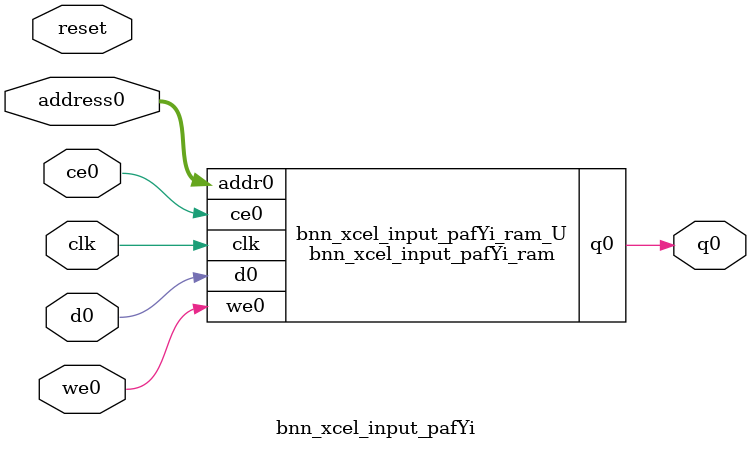
<source format=v>
`timescale 1 ns / 1 ps
module bnn_xcel_input_pafYi_ram (addr0, ce0, d0, we0, q0,  clk);

parameter DWIDTH = 1;
parameter AWIDTH = 9;
parameter MEM_SIZE = 324;

input[AWIDTH-1:0] addr0;
input ce0;
input[DWIDTH-1:0] d0;
input we0;
output reg[DWIDTH-1:0] q0;
input clk;

(* ram_style = "distributed" *)reg [DWIDTH-1:0] ram[0:MEM_SIZE-1];




always @(posedge clk)  
begin 
    if (ce0) begin
        if (we0) 
            ram[addr0] <= d0; 
        q0 <= ram[addr0];
    end
end


endmodule

`timescale 1 ns / 1 ps
module bnn_xcel_input_pafYi(
    reset,
    clk,
    address0,
    ce0,
    we0,
    d0,
    q0);

parameter DataWidth = 32'd1;
parameter AddressRange = 32'd324;
parameter AddressWidth = 32'd9;
input reset;
input clk;
input[AddressWidth - 1:0] address0;
input ce0;
input we0;
input[DataWidth - 1:0] d0;
output[DataWidth - 1:0] q0;



bnn_xcel_input_pafYi_ram bnn_xcel_input_pafYi_ram_U(
    .clk( clk ),
    .addr0( address0 ),
    .ce0( ce0 ),
    .we0( we0 ),
    .d0( d0 ),
    .q0( q0 ));

endmodule


</source>
